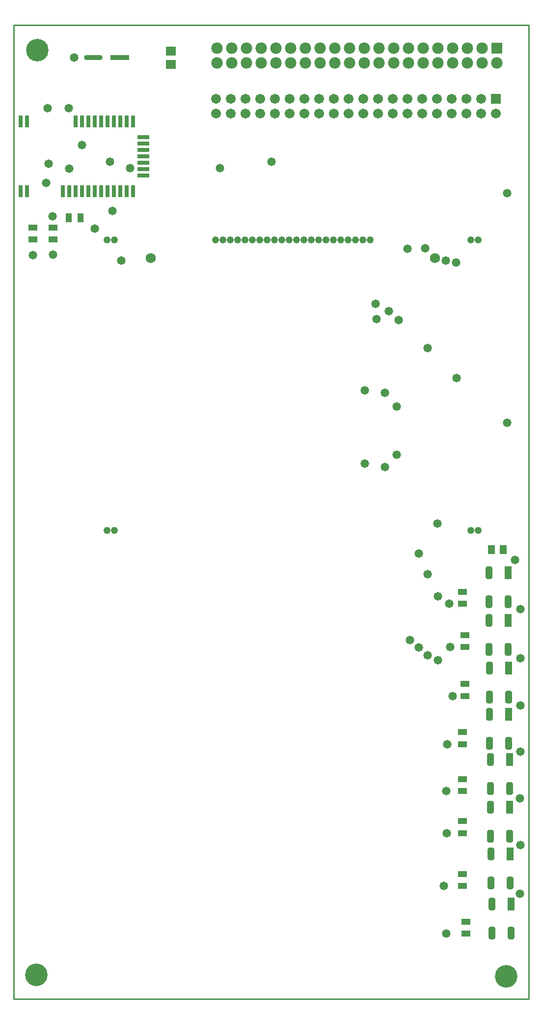
<source format=gts>
G04 Layer_Color=8388736*
%FSLAX24Y24*%
%MOIN*%
G70*
G01*
G75*
%ADD11C,0.0100*%
%ADD12C,0.0050*%
%ADD14R,0.0276X0.0787*%
%ADD15R,0.0787X0.0276*%
%ADD26C,0.0680*%
%ADD42R,0.0434X0.0631*%
%ADD43R,0.1261X0.0356*%
%ADD44O,0.1261X0.0356*%
%ADD45R,0.0690X0.0612*%
%ADD46R,0.0454X0.0592*%
%ADD47R,0.0631X0.0434*%
%ADD48R,0.0474X0.0867*%
G04:AMPARAMS|DCode=49|XSize=86.7mil|YSize=47.4mil|CornerRadius=13.8mil|HoleSize=0mil|Usage=FLASHONLY|Rotation=270.000|XOffset=0mil|YOffset=0mil|HoleType=Round|Shape=RoundedRectangle|*
%AMROUNDEDRECTD49*
21,1,0.0867,0.0197,0,0,270.0*
21,1,0.0591,0.0474,0,0,270.0*
1,1,0.0277,-0.0098,-0.0295*
1,1,0.0277,-0.0098,0.0295*
1,1,0.0277,0.0098,0.0295*
1,1,0.0277,0.0098,-0.0295*
%
%ADD49ROUNDEDRECTD49*%
%ADD50R,0.0780X0.0780*%
%ADD51C,0.0780*%
%ADD52C,0.1530*%
%ADD53C,0.0480*%
%ADD54R,0.0671X0.0671*%
%ADD55C,0.0671*%
%ADD56C,0.0580*%
D11*
X0Y0D02*
Y66024D01*
Y0D02*
X34961D01*
Y66024D01*
X0D02*
X34961D01*
D12*
X22585Y10891D02*
D03*
X16335D02*
D03*
X10185D02*
D03*
X22585Y17141D02*
D03*
X16335D02*
D03*
X10185D02*
D03*
X22585Y23391D02*
D03*
X16335D02*
D03*
X10185D02*
D03*
Y29641D02*
D03*
X16335D02*
D03*
X22585D02*
D03*
D14*
X8110Y59488D02*
D03*
X472D02*
D03*
X906D02*
D03*
X4213D02*
D03*
X4646D02*
D03*
X5079D02*
D03*
X5512D02*
D03*
X5945D02*
D03*
X6378D02*
D03*
X6811D02*
D03*
X7244D02*
D03*
X7677D02*
D03*
X8110Y54764D02*
D03*
X7677D02*
D03*
X7244D02*
D03*
X6811D02*
D03*
X6378D02*
D03*
X5945D02*
D03*
X5512D02*
D03*
X5079D02*
D03*
X4646D02*
D03*
X4213D02*
D03*
X3780D02*
D03*
X3346D02*
D03*
X906D02*
D03*
X472D02*
D03*
D15*
X8819Y58425D02*
D03*
Y57992D02*
D03*
Y57559D02*
D03*
Y57126D02*
D03*
Y56693D02*
D03*
Y56260D02*
D03*
Y55827D02*
D03*
D26*
X28601Y50227D02*
D03*
X9301D02*
D03*
D42*
X3730Y52953D02*
D03*
X4537D02*
D03*
D43*
X7199Y63819D02*
D03*
D44*
X5399D02*
D03*
D45*
X10669Y64262D02*
D03*
Y63376D02*
D03*
D46*
X33238Y30472D02*
D03*
X32431D02*
D03*
D47*
X30709Y4439D02*
D03*
Y5246D02*
D03*
X30472Y7667D02*
D03*
Y8474D02*
D03*
X30470Y11240D02*
D03*
Y12047D02*
D03*
X30472Y14085D02*
D03*
Y14892D02*
D03*
Y17274D02*
D03*
Y18081D02*
D03*
X30630Y20541D02*
D03*
Y21348D02*
D03*
Y23848D02*
D03*
Y24656D02*
D03*
X30472Y26801D02*
D03*
Y27608D02*
D03*
X1299Y51486D02*
D03*
Y52293D02*
D03*
X2677Y51486D02*
D03*
Y52293D02*
D03*
D48*
X33760Y6417D02*
D03*
X33720Y9843D02*
D03*
X33681Y12992D02*
D03*
Y16220D02*
D03*
X33602Y19291D02*
D03*
Y22441D02*
D03*
X33563Y25669D02*
D03*
Y28898D02*
D03*
D49*
X32461Y6417D02*
D03*
X33760Y4449D02*
D03*
X32461D02*
D03*
X32421Y9843D02*
D03*
X33720Y7874D02*
D03*
X32421D02*
D03*
X32382Y12992D02*
D03*
X33681Y11024D02*
D03*
X32382D02*
D03*
Y16220D02*
D03*
X33681Y14252D02*
D03*
X32382D02*
D03*
X32303Y19291D02*
D03*
X33602Y17323D02*
D03*
X32303D02*
D03*
Y22441D02*
D03*
X33602Y20472D02*
D03*
X32303D02*
D03*
X32264Y25669D02*
D03*
X33563Y23701D02*
D03*
X32264D02*
D03*
Y28898D02*
D03*
X33563Y26929D02*
D03*
X32264D02*
D03*
D50*
X32807Y64476D02*
D03*
D51*
Y63476D02*
D03*
X31807Y64476D02*
D03*
Y63476D02*
D03*
X30807Y64476D02*
D03*
Y63476D02*
D03*
X29807Y64476D02*
D03*
Y63476D02*
D03*
X28807Y64476D02*
D03*
Y63476D02*
D03*
X27807Y64476D02*
D03*
Y63476D02*
D03*
X26807Y64476D02*
D03*
Y63476D02*
D03*
X25807Y64476D02*
D03*
Y63476D02*
D03*
X24807Y64476D02*
D03*
Y63476D02*
D03*
X23807Y64476D02*
D03*
Y63476D02*
D03*
X22807Y64476D02*
D03*
Y63476D02*
D03*
X21807Y64476D02*
D03*
Y63476D02*
D03*
X20807Y64476D02*
D03*
Y63476D02*
D03*
X19807Y64476D02*
D03*
Y63476D02*
D03*
X18807Y64476D02*
D03*
Y63476D02*
D03*
X17807Y64476D02*
D03*
Y63476D02*
D03*
X16807Y64476D02*
D03*
Y63476D02*
D03*
X15807Y64476D02*
D03*
Y63476D02*
D03*
X14807Y64476D02*
D03*
Y63476D02*
D03*
X13807Y64476D02*
D03*
Y63476D02*
D03*
D52*
X33425Y1535D02*
D03*
X1535Y1614D02*
D03*
X1614Y64331D02*
D03*
D53*
X31551Y31767D02*
D03*
X31051D02*
D03*
X31551Y51457D02*
D03*
X31051D02*
D03*
X6851Y31767D02*
D03*
X6351D02*
D03*
Y51457D02*
D03*
X6851D02*
D03*
X21201D02*
D03*
X24201D02*
D03*
X23701D02*
D03*
X23201D02*
D03*
X22701D02*
D03*
X22201D02*
D03*
X21701D02*
D03*
X20701D02*
D03*
X20201D02*
D03*
X19701D02*
D03*
X19201D02*
D03*
X18701D02*
D03*
X18201D02*
D03*
X17701D02*
D03*
X17201D02*
D03*
X16701D02*
D03*
X16201D02*
D03*
X15701D02*
D03*
X15201D02*
D03*
X14701D02*
D03*
X14201D02*
D03*
X13701D02*
D03*
D54*
X32756Y61024D02*
D03*
D55*
Y60024D02*
D03*
X31756Y61024D02*
D03*
Y60024D02*
D03*
X30756Y61024D02*
D03*
Y60024D02*
D03*
X29756Y61024D02*
D03*
Y60024D02*
D03*
X28756Y61024D02*
D03*
Y60024D02*
D03*
X27756Y61024D02*
D03*
Y60024D02*
D03*
X26756Y61024D02*
D03*
Y60024D02*
D03*
X25756Y61024D02*
D03*
Y60024D02*
D03*
X24756Y61024D02*
D03*
Y60024D02*
D03*
X23756Y61024D02*
D03*
Y60024D02*
D03*
X22756Y61024D02*
D03*
Y60024D02*
D03*
X21756Y61024D02*
D03*
Y60024D02*
D03*
X20756Y61024D02*
D03*
Y60024D02*
D03*
X19756Y61024D02*
D03*
Y60024D02*
D03*
X18756Y61024D02*
D03*
Y60024D02*
D03*
X17756Y61024D02*
D03*
Y60024D02*
D03*
X16756Y61024D02*
D03*
Y60024D02*
D03*
X15756Y61024D02*
D03*
Y60024D02*
D03*
X14756Y61024D02*
D03*
Y60024D02*
D03*
X13756Y61024D02*
D03*
Y60024D02*
D03*
D56*
X34370Y7126D02*
D03*
X34409Y10433D02*
D03*
X34370Y13583D02*
D03*
X34409Y16772D02*
D03*
Y19882D02*
D03*
Y23110D02*
D03*
Y26417D02*
D03*
X26014Y36900D02*
D03*
Y40167D02*
D03*
X33504Y54646D02*
D03*
Y39055D02*
D03*
X2638Y53071D02*
D03*
X2205Y55315D02*
D03*
X2362Y56614D02*
D03*
X2323Y60394D02*
D03*
X3740D02*
D03*
X3780Y56299D02*
D03*
X29380Y4439D02*
D03*
X29222Y7667D02*
D03*
X29390Y11240D02*
D03*
X29360Y14085D02*
D03*
X29439Y17274D02*
D03*
X29793Y20541D02*
D03*
X29656Y23848D02*
D03*
X29577Y26801D02*
D03*
X34055Y29764D02*
D03*
X24656Y46112D02*
D03*
X28110Y44134D02*
D03*
X2677Y50472D02*
D03*
X1299Y50433D02*
D03*
X4094Y63819D02*
D03*
X7323Y50079D02*
D03*
X6693Y53425D02*
D03*
X5512Y52244D02*
D03*
X4646Y57913D02*
D03*
X6535Y56772D02*
D03*
X17504D02*
D03*
X7913Y56339D02*
D03*
X14016D02*
D03*
X28819Y22953D02*
D03*
Y27283D02*
D03*
X23848Y36309D02*
D03*
Y41250D02*
D03*
X24567Y47126D02*
D03*
X26756Y50850D02*
D03*
X28110Y23307D02*
D03*
Y28780D02*
D03*
X25197Y36063D02*
D03*
Y41102D02*
D03*
X25472Y46614D02*
D03*
X27953Y50906D02*
D03*
X30039Y49921D02*
D03*
X30079Y42087D02*
D03*
X28780Y32244D02*
D03*
X26890Y24331D02*
D03*
X29331Y50079D02*
D03*
X26142Y46024D02*
D03*
X27520Y30197D02*
D03*
Y23819D02*
D03*
M02*

</source>
